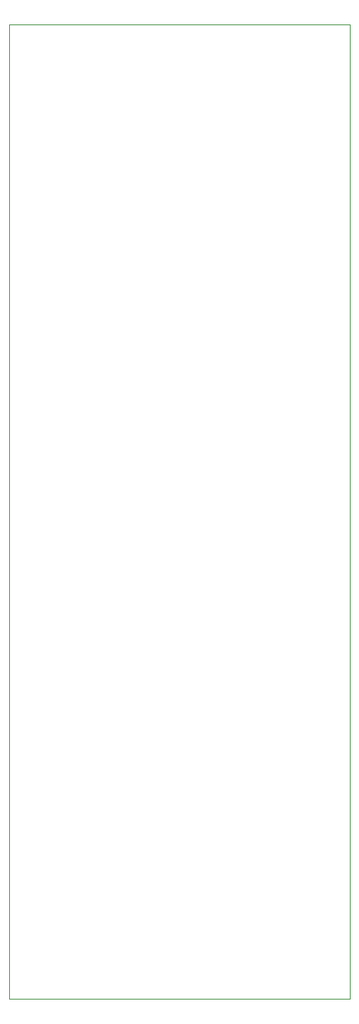
<source format=gm1>
%TF.GenerationSoftware,KiCad,Pcbnew,7.0.8*%
%TF.CreationDate,2024-02-25T17:45:40-05:00*%
%TF.ProjectId,lichen-bifocals-control-board,6c696368-656e-42d6-9269-666f63616c73,1.0*%
%TF.SameCoordinates,Original*%
%TF.FileFunction,Profile,NP*%
%FSLAX46Y46*%
G04 Gerber Fmt 4.6, Leading zero omitted, Abs format (unit mm)*
G04 Created by KiCad (PCBNEW 7.0.8) date 2024-02-25 17:45:40*
%MOMM*%
%LPD*%
G01*
G04 APERTURE LIST*
%TA.AperFunction,Profile*%
%ADD10C,0.100000*%
%TD*%
G04 APERTURE END LIST*
D10*
X101250000Y-110250000D02*
X139050000Y-110250000D01*
X139050000Y-218250000D01*
X101250000Y-218250000D01*
X101250000Y-110250000D01*
M02*

</source>
